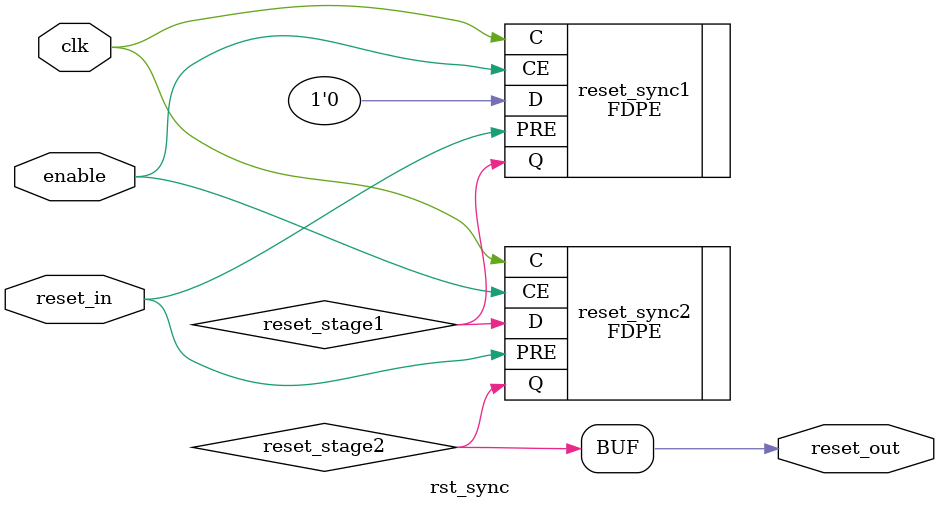
<source format=v>
/*************************************************************************************\
    Copyright(c) 2013, China Digital TV Holding Co., Ltd,All right reserved
    Department   :  Creative Center,R&D Hardware Department
    Filename     :  rst_sync.v
    Author       :  huangrui/1480
    ==================================================================================
    Description  :
    
    ==================================================================================
    Modification History:
    Date        By                  Rev.        Prj.        Change Description
    ----------------------------------------------------------------------------------
    2013-11-29  huangrui/1480       1.0         IPQAM       Create
    ==================================================================================
    Called by    :   rst_sync.v
    File tree    :   rst_sync.v                        
\************************************************************************************/

`timescale 1ps/1ps

module rst_sync #(
    parameter INITIALISE = 2'b11
    )
    (
    input                               reset_in                    ,
    input                               clk                         ,
    input                               enable                      ,
    output                              reset_out
    );

wire                                    reset_stage1                ;
wire                                    reset_stage2                ;

(* ASYNC_REG = "TRUE", RLOC = "X0Y0",  SHREG_EXTRACT = "NO", INIT = "1" *)
FDPE #(
    .INIT                               ( INITIALISE[0]             )
    ) 
reset_sync1(
    .C                                  ( clk                       ), 
    .CE                                 ( enable                    ),
    .PRE                                ( reset_in                  ),
    .D                                  ( 1'b0                      ),
    .Q                                  ( reset_stage1              ) 
    );
  
(* ASYNC_REG = "TRUE", RLOC = "X0Y0",  SHREG_EXTRACT = "NO", INIT = "1" *)
FDPE #(
    .INIT                               ( INITIALISE[1]             )
    ) 
reset_sync2 (
    .C                                  ( clk                       ), 
    .CE                                 ( enable                    ),
    .PRE                                ( reset_in                  ),
    .D                                  ( reset_stage1              ),
    .Q                                  ( reset_stage2              ) 
    );


assign  reset_out   =   reset_stage2;

endmodule

</source>
